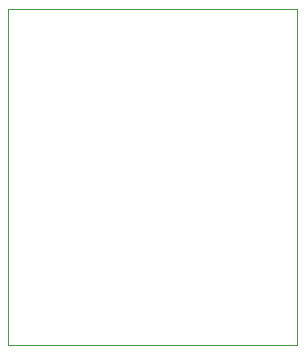
<source format=gbr>
G04 #@! TF.GenerationSoftware,KiCad,Pcbnew,8.0.01-1-dev-1e03266dfe*
G04 #@! TF.CreationDate,2024-03-02T01:48:18-08:00*
G04 #@! TF.ProjectId,sfh7074_breakoutboard,73666837-3037-4345-9f62-7265616b6f75,rev?*
G04 #@! TF.SameCoordinates,Original*
G04 #@! TF.FileFunction,Profile,NP*
%FSLAX46Y46*%
G04 Gerber Fmt 4.6, Leading zero omitted, Abs format (unit mm)*
G04 Created by KiCad (PCBNEW 8.0.01-1-dev-1e03266dfe) date 2024-03-02 01:48:18*
%MOMM*%
%LPD*%
G01*
G04 APERTURE LIST*
G04 #@! TA.AperFunction,Profile*
%ADD10C,0.050000*%
G04 #@! TD*
G04 APERTURE END LIST*
D10*
X19750000Y-14500000D02*
X44250000Y-14500000D01*
X44250000Y-43000000D01*
X19750000Y-43000000D01*
X19750000Y-14500000D01*
M02*

</source>
